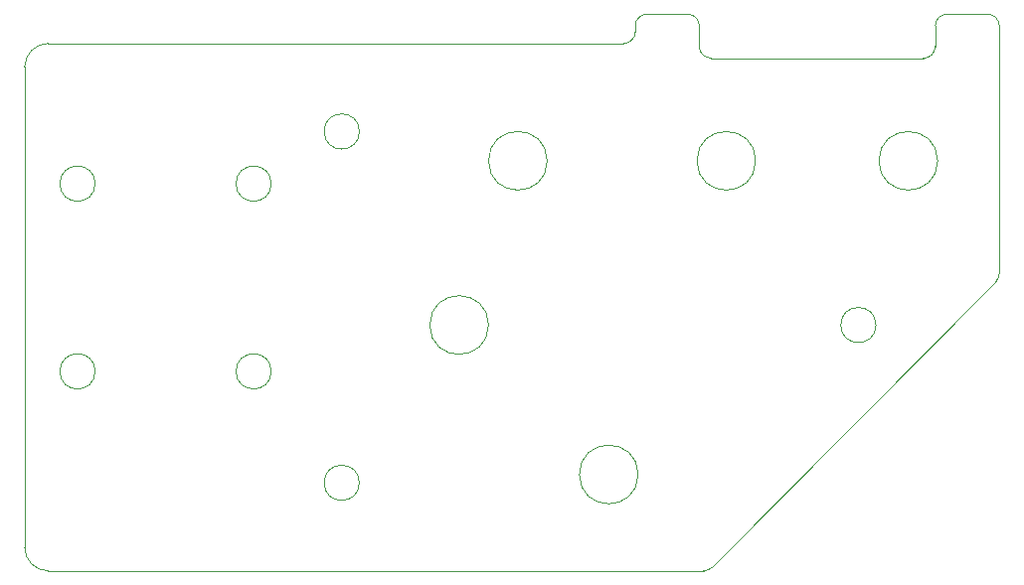
<source format=gm1>
G04 #@! TF.GenerationSoftware,KiCad,Pcbnew,5.1.9+dfsg1-1+deb11u1*
G04 #@! TF.CreationDate,2023-07-28T22:22:45+09:00*
G04 #@! TF.ProjectId,y-carrier,792d6361-7272-4696-9572-2e6b69636164,rev?*
G04 #@! TF.SameCoordinates,Original*
G04 #@! TF.FileFunction,Profile,NP*
%FSLAX46Y46*%
G04 Gerber Fmt 4.6, Leading zero omitted, Abs format (unit mm)*
G04 Created by KiCad (PCBNEW 5.1.9+dfsg1-1+deb11u1) date 2023-07-28 22:22:45*
%MOMM*%
%LPD*%
G01*
G04 APERTURE LIST*
G04 #@! TA.AperFunction,Profile*
%ADD10C,0.050000*%
G04 #@! TD*
G04 APERTURE END LIST*
D10*
X171426500Y-85050000D02*
G75*
G03*
X171426500Y-85050000I-2500000J0D01*
G01*
X191176500Y-72550000D02*
G75*
G02*
X192176500Y-73550000I0J-1000000D01*
G01*
X109176500Y-77050000D02*
X109176500Y-118000000D01*
X111176500Y-120000000D02*
X167000000Y-120000000D01*
X167626500Y-76300000D02*
G75*
G02*
X166626500Y-75300000I0J1000000D01*
G01*
X186726500Y-73550000D02*
G75*
G02*
X187726500Y-72550000I1000000J0D01*
G01*
X192176499Y-94638024D02*
G75*
G02*
X191886304Y-95342422I-999999J0D01*
G01*
X109176500Y-77050000D02*
G75*
G02*
X111176500Y-75050000I2000000J0D01*
G01*
X111176500Y-75050000D02*
X160176500Y-75050000D01*
X161176500Y-73550000D02*
G75*
G02*
X162176500Y-72550000I1000000J0D01*
G01*
X191176500Y-72550000D02*
X187726500Y-72550000D01*
X137676500Y-82550000D02*
G75*
G03*
X137676500Y-82550000I-1500000J0D01*
G01*
X115176500Y-87000000D02*
G75*
G03*
X115176500Y-87000000I-1500000J0D01*
G01*
X166626500Y-73550000D02*
X166626500Y-75300000D01*
X148676500Y-99050000D02*
G75*
G03*
X148676500Y-99050000I-2500000J0D01*
G01*
X167709800Y-119704400D02*
X191886300Y-95342423D01*
X167626500Y-76300000D02*
X185726500Y-76300000D01*
X137676500Y-112500000D02*
G75*
G03*
X137676500Y-112500000I-1500000J0D01*
G01*
X186926500Y-85050000D02*
G75*
G03*
X186926500Y-85050000I-2500000J0D01*
G01*
X130176500Y-87000000D02*
G75*
G03*
X130176500Y-87000000I-1500000J0D01*
G01*
X161416500Y-111789999D02*
G75*
G03*
X161416500Y-111789999I-2500000J0D01*
G01*
X161176500Y-73550000D02*
X161176500Y-74050000D01*
X186726500Y-75300000D02*
X186726500Y-73550000D01*
X111176500Y-120000000D02*
G75*
G02*
X109176500Y-118000000I0J2000000D01*
G01*
X181676500Y-99050000D02*
G75*
G03*
X181676500Y-99050000I-1500000J0D01*
G01*
X165626500Y-72550000D02*
G75*
G02*
X166626500Y-73550000I0J-1000000D01*
G01*
X130176500Y-103000000D02*
G75*
G03*
X130176500Y-103000000I-1500000J0D01*
G01*
X186726500Y-75300000D02*
G75*
G02*
X185726500Y-76300000I-1000000J0D01*
G01*
X161176500Y-74050000D02*
G75*
G02*
X160176500Y-75050000I-1000000J0D01*
G01*
X115176500Y-103000000D02*
G75*
G03*
X115176500Y-103000000I-1500000J0D01*
G01*
X192176500Y-73550000D02*
X192176500Y-94638024D01*
X165626500Y-72550000D02*
X162176500Y-72550000D01*
X153676500Y-85050000D02*
G75*
G03*
X153676500Y-85050000I-2500000J0D01*
G01*
X167709804Y-119704399D02*
G75*
G02*
X167000000Y-120000000I-709804J704399D01*
G01*
M02*

</source>
